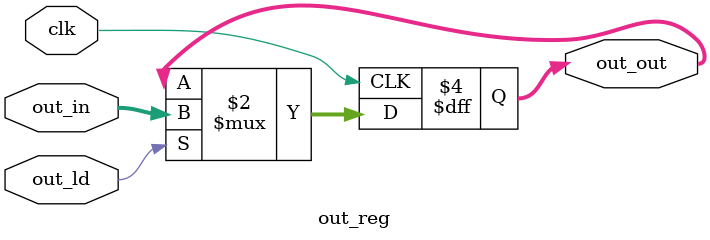
<source format=v>
module out_reg (out_in, out_ld, clk, out_out);
	parameter N = 8;
	input signed [N-1:0] out_in;  // Make out_in an N-bit input
	input out_ld, clk;
	output reg signed [N-1:0] out_out;  // Make out_out an N-bit output
	
	always @(posedge clk) begin
		if (out_ld)
			out_out <= out_in;  // Load out_in into out_out when out_ld is high
	end
endmodule

</source>
